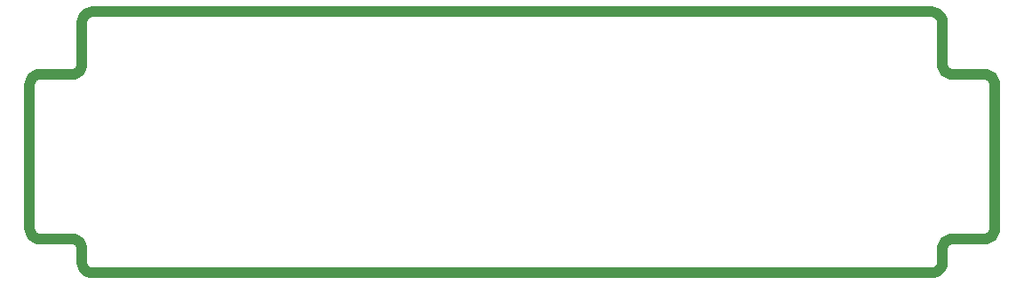
<source format=gm1>
G04*
G04 #@! TF.GenerationSoftware,Altium Limited,Altium Designer,19.1.9 (167)*
G04*
G04 Layer_Color=16711935*
%FSLAX25Y25*%
%MOIN*%
G70*
G01*
G75*
%ADD31C,0.03937*%
D31*
X23622Y49213D02*
X22603Y49078D01*
X21654Y48685D01*
X20838Y48059D01*
X20212Y47244D01*
X19819Y46295D01*
X19685Y45276D01*
X15748Y25591D02*
X16767Y25725D01*
X17717Y26118D01*
X18532Y26744D01*
X19158Y27559D01*
X19551Y28509D01*
X19685Y29528D01*
X3937Y25591D02*
X2918Y25456D01*
X1969Y25063D01*
X1153Y24437D01*
X527Y23622D01*
X134Y22672D01*
X-0Y21654D01*
X0Y-32480D02*
X134Y-33499D01*
X527Y-34449D01*
X1153Y-35264D01*
X1969Y-35890D01*
X2918Y-36283D01*
X3937Y-36417D01*
X19685Y-40354D02*
X19551Y-39335D01*
X19158Y-38386D01*
X18532Y-37570D01*
X17717Y-36945D01*
X16767Y-36551D01*
X15748Y-36417D01*
X19685Y-45276D02*
X19819Y-46295D01*
X20212Y-47244D01*
X20838Y-48059D01*
X21654Y-48685D01*
X22603Y-49078D01*
X23622Y-49213D01*
X338583D02*
X339602Y-49078D01*
X340551Y-48685D01*
X341367Y-48059D01*
X341992Y-47244D01*
X342386Y-46295D01*
X342520Y-45276D01*
X346457Y-36417D02*
X345438Y-36551D01*
X344488Y-36945D01*
X343673Y-37570D01*
X343047Y-38386D01*
X342654Y-39335D01*
X342520Y-40354D01*
X358268Y-36417D02*
X359287Y-36283D01*
X360236Y-35890D01*
X361052Y-35264D01*
X361677Y-34449D01*
X362071Y-33499D01*
X362205Y-32480D01*
X362205Y21654D02*
X362071Y22672D01*
X361677Y23622D01*
X361052Y24437D01*
X360236Y25063D01*
X359287Y25456D01*
X358268Y25591D01*
X342520Y29528D02*
X342654Y28509D01*
X343047Y27559D01*
X343673Y26744D01*
X344488Y26118D01*
X345438Y25725D01*
X346457Y25591D01*
X342520Y45276D02*
X342386Y46295D01*
X341992Y47244D01*
X341367Y48059D01*
X340551Y48685D01*
X339602Y49078D01*
X338583Y49213D01*
X0Y-32480D02*
Y21654D01*
X23622Y49213D02*
X338583D01*
X19685Y29528D02*
Y45276D01*
X3937Y25591D02*
X15748D01*
X3937Y-36417D02*
X15748D01*
X19685Y-45276D02*
Y-40354D01*
X23622Y-49213D02*
X338583D01*
X342520Y-45276D02*
Y-40354D01*
X346457Y-36417D02*
X358268D01*
X362205Y-32480D02*
Y21654D01*
X346457Y25591D02*
X358268D01*
X342520Y29528D02*
Y45276D01*
M02*

</source>
